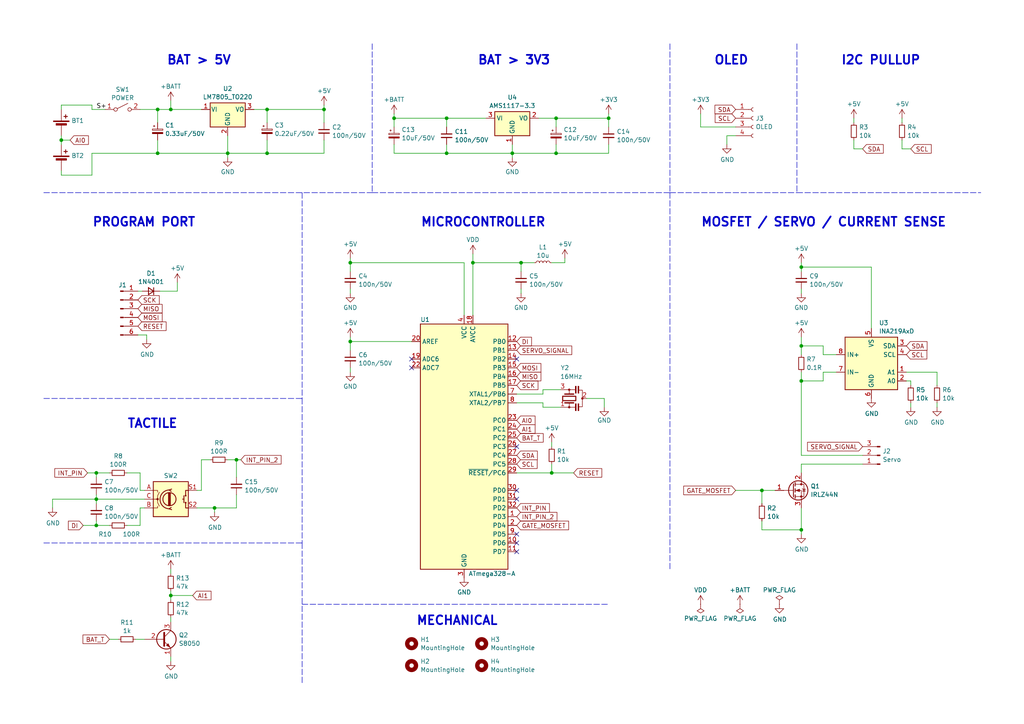
<source format=kicad_sch>
(kicad_sch (version 20230121) (generator eeschema)
  (paper "A4")
  (lib_symbols
    (symbol "Connector:Conn_01x03_Pin" (pin_names (offset 1.016) hide)
      (property "Reference" "J" (at 0 5.08 0))
      (property "Value" "Conn_01x03_Pin" (at 0 -5.08 0))
      (symbol "Conn_01x03_Pin_1_1"
        (pin passive line (at 5.08 2.54 180) (length 3.81) (name "Pin_1") (number "1"))
        (pin passive line (at 5.08 0 180) (length 3.81) (name "Pin_2") (number "2"))
        (pin passive line (at 5.08 -2.54 180) (length 3.81) (name "Pin_3") (number "3"))
      )
    )
    (symbol "Connector:Conn_01x04_Socket" (pin_names (offset 1.016) hide)
      (property "Reference" "J" (at 0 5.08 0))
      (property "Value" "Conn_01x04_Socket" (at 0 -7.62 0))
      (symbol "Conn_01x04_Socket_1_1"
        (pin passive line (at -5.08 2.54 0) (length 3.81) (name "Pin_1") (number "1"))
        (pin passive line (at -5.08 0 0) (length 3.81) (name "Pin_2") (number "2"))
        (pin passive line (at -5.08 -2.54 0) (length 3.81) (name "Pin_3") (number "3"))
        (pin passive line (at -5.08 -5.08 0) (length 3.81) (name "Pin_4") (number "4"))
      )
    )
    (symbol "Connector:Conn_01x06_Pin" (pin_names (offset 1.016) hide)
      (property "Reference" "J" (at 0 7.62 0))
      (property "Value" "Conn_01x06_Pin" (at 0 -10.16 0))
      (symbol "Conn_01x06_Pin_1_1"
        (pin passive line (at 5.08 5.08 180) (length 3.81) (name "Pin_1") (number "1"))
        (pin passive line (at 5.08 2.54 180) (length 3.81) (name "Pin_2") (number "2"))
        (pin passive line (at 5.08 0 180) (length 3.81) (name "Pin_3") (number "3"))
        (pin passive line (at 5.08 -2.54 180) (length 3.81) (name "Pin_4") (number "4"))
        (pin passive line (at 5.08 -5.08 180) (length 3.81) (name "Pin_5") (number "5"))
        (pin passive line (at 5.08 -7.62 180) (length 3.81) (name "Pin_6") (number "6"))
      )
    )
    (symbol "Device:Battery_Cell" (pin_numbers hide) (pin_names (offset 0) hide)
      (property "Reference" "BT" (at 2.54 2.54 0))
      (property "Value" "Battery_Cell" (at 2.54 0 0))
      (symbol "Battery_Cell_1_1"
        (pin passive line (at 0 5.08 270) (length 2.54) (name "+") (number "1"))
        (pin passive line (at 0 -2.54 90) (length 2.54) (name "-") (number "2"))
      )
    )
    (symbol "Device:C_Polarized_Small" (pin_numbers hide) (pin_names (offset 0.254) hide)
      (property "Reference" "C" (at 0.254 1.778 0))
      (property "Value" "C_Polarized_Small" (at 0.254 -2.032 0))
      (symbol "C_Polarized_Small_1_1"
        (pin passive line (at 0 2.54 270) (length 1.8542) (name "~") (number "1"))
        (pin passive line (at 0 -2.54 90) (length 1.8542) (name "~") (number "2"))
      )
    )
    (symbol "Device:C_Small" (pin_numbers hide) (pin_names (offset 0.254) hide)
      (property "Reference" "C" (at 0.254 1.778 0))
      (property "Value" "C_Small" (at 0.254 -2.032 0))
      (symbol "C_Small_1_1"
        (pin passive line (at 0 2.54 270) (length 2.032) (name "~") (number "1"))
        (pin passive line (at 0 -2.54 90) (length 2.032) (name "~") (number "2"))
      )
    )
    (symbol "Device:D_Small" (pin_numbers hide) (pin_names (offset 0.254) hide)
      (property "Reference" "D" (at -1.27 2.032 0))
      (property "Value" "D_Small" (at -3.81 -2.032 0))
      (symbol "D_Small_1_1"
        (pin passive line (at -2.54 0 0) (length 1.778) (name "K") (number "1"))
        (pin passive line (at 2.54 0 180) (length 1.778) (name "A") (number "2"))
      )
    )
    (symbol "Device:L_Small" (pin_numbers hide) (pin_names (offset 0.254) hide)
      (property "Reference" "L" (at 0.762 1.016 0))
      (property "Value" "L_Small" (at 0.762 -1.016 0))
      (symbol "L_Small_1_1"
        (pin passive line (at 0 2.54 270) (length 0.508) (name "~") (number "1"))
        (pin passive line (at 0 -2.54 90) (length 0.508) (name "~") (number "2"))
      )
    )
    (symbol "Device:R_Small" (pin_numbers hide) (pin_names (offset 0.254) hide)
      (property "Reference" "R" (at 0.762 0.508 0))
      (property "Value" "R_Small" (at 0.762 -1.016 0))
      (symbol "R_Small_1_1"
        (pin passive line (at 0 2.54 270) (length 0.762) (name "~") (number "1"))
        (pin passive line (at 0 -2.54 90) (length 0.762) (name "~") (number "2"))
      )
    )
    (symbol "Device:Resonator_Small" (pin_names (offset 1.016) hide)
      (property "Reference" "Y" (at 3.175 1.905 0))
      (property "Value" "Resonator_Small" (at 3.175 0 0))
      (symbol "Resonator_Small_1_1"
        (pin passive line (at -2.54 2.54 270) (length 1.27) (name "1") (number "1"))
        (pin passive line (at 0 -5.08 90) (length 1.27) (name "2") (number "2"))
        (pin passive line (at 2.54 2.54 270) (length 1.27) (name "3") (number "3"))
      )
    )
    (symbol "Device:RotaryEncoder_Switch" (pin_names (offset 0.254) hide)
      (property "Reference" "SW" (at 0 6.604 0))
      (property "Value" "RotaryEncoder_Switch" (at 0 -6.604 0))
      (symbol "RotaryEncoder_Switch_1_1"
        (pin passive line (at -7.62 2.54 0) (length 2.54) (name "A") (number "A"))
        (pin passive line (at -7.62 -2.54 0) (length 2.54) (name "B") (number "B"))
        (pin passive line (at -7.62 0 0) (length 2.54) (name "C") (number "C"))
        (pin passive line (at 7.62 2.54 180) (length 2.54) (name "S1") (number "S1"))
        (pin passive line (at 7.62 -2.54 180) (length 2.54) (name "S2") (number "S2"))
      )
    )
    (symbol "MCU_Microchip_ATmega:ATmega328-A"
      (property "Reference" "U" (at -12.7 36.83 0))
      (property "Value" "ATmega328-A" (at 2.54 -36.83 0))
      (symbol "ATmega328-A_1_1"
        (pin bidirectional line (at 15.24 -20.32 180) (length 2.54) (name "PD3") (number "1"))
        (pin bidirectional line (at 15.24 -27.94 180) (length 2.54) (name "PD6") (number "10"))
        (pin bidirectional line (at 15.24 -30.48 180) (length 2.54) (name "PD7") (number "11"))
        (pin bidirectional line (at 15.24 30.48 180) (length 2.54) (name "PB0") (number "12"))
        (pin bidirectional line (at 15.24 27.94 180) (length 2.54) (name "PB1") (number "13"))
        (pin bidirectional line (at 15.24 25.4 180) (length 2.54) (name "PB2") (number "14"))
        (pin bidirectional line (at 15.24 22.86 180) (length 2.54) (name "PB3") (number "15"))
        (pin bidirectional line (at 15.24 20.32 180) (length 2.54) (name "PB4") (number "16"))
        (pin bidirectional line (at 15.24 17.78 180) (length 2.54) (name "PB5") (number "17"))
        (pin power_in line (at 2.54 38.1 270) (length 2.54) (name "AVCC") (number "18"))
        (pin input line (at -15.24 25.4 0) (length 2.54) (name "ADC6") (number "19"))
        (pin bidirectional line (at 15.24 -22.86 180) (length 2.54) (name "PD4") (number "2"))
        (pin passive line (at -15.24 30.48 0) (length 2.54) (name "AREF") (number "20"))
        (pin passive line (at 0 -38.1 90) (length 2.54) hide (name "GND") (number "21"))
        (pin input line (at -15.24 22.86 0) (length 2.54) (name "ADC7") (number "22"))
        (pin bidirectional line (at 15.24 7.62 180) (length 2.54) (name "PC0") (number "23"))
        (pin bidirectional line (at 15.24 5.08 180) (length 2.54) (name "PC1") (number "24"))
        (pin bidirectional line (at 15.24 2.54 180) (length 2.54) (name "PC2") (number "25"))
        (pin bidirectional line (at 15.24 0 180) (length 2.54) (name "PC3") (number "26"))
        (pin bidirectional line (at 15.24 -2.54 180) (length 2.54) (name "PC4") (number "27"))
        (pin bidirectional line (at 15.24 -5.08 180) (length 2.54) (name "PC5") (number "28"))
        (pin bidirectional line (at 15.24 -7.62 180) (length 2.54) (name "~{RESET}/PC6") (number "29"))
        (pin power_in line (at 0 -38.1 90) (length 2.54) (name "GND") (number "3"))
        (pin bidirectional line (at 15.24 -12.7 180) (length 2.54) (name "PD0") (number "30"))
        (pin bidirectional line (at 15.24 -15.24 180) (length 2.54) (name "PD1") (number "31"))
        (pin bidirectional line (at 15.24 -17.78 180) (length 2.54) (name "PD2") (number "32"))
        (pin power_in line (at 0 38.1 270) (length 2.54) (name "VCC") (number "4"))
        (pin passive line (at 0 -38.1 90) (length 2.54) hide (name "GND") (number "5"))
        (pin passive line (at 0 38.1 270) (length 2.54) hide (name "VCC") (number "6"))
        (pin bidirectional line (at 15.24 15.24 180) (length 2.54) (name "XTAL1/PB6") (number "7"))
        (pin bidirectional line (at 15.24 12.7 180) (length 2.54) (name "XTAL2/PB7") (number "8"))
        (pin bidirectional line (at 15.24 -25.4 180) (length 2.54) (name "PD5") (number "9"))
      )
    )
    (symbol "Mechanical:MountingHole" (pin_names (offset 1.016))
      (property "Reference" "H" (at 0 5.08 0))
      (property "Value" "MountingHole" (at 0 3.175 0))
    )
    (symbol "Regulator_Linear:AMS1117-3.3"
      (property "Reference" "U" (at -3.81 3.175 0))
      (property "Value" "AMS1117-3.3" (at 0 3.175 0))
      (symbol "AMS1117-3.3_1_1"
        (pin power_in line (at 0 -7.62 90) (length 2.54) (name "GND") (number "1"))
        (pin power_out line (at 7.62 0 180) (length 2.54) (name "VO") (number "2"))
        (pin power_in line (at -7.62 0 0) (length 2.54) (name "VI") (number "3"))
      )
    )
    (symbol "Regulator_Linear:LM7805_TO220" (pin_names (offset 0.254))
      (property "Reference" "U" (at -3.81 3.175 0))
      (property "Value" "LM7805_TO220" (at 0 3.175 0))
      (symbol "LM7805_TO220_1_1"
        (pin power_in line (at -7.62 0 0) (length 2.54) (name "VI") (number "1"))
        (pin power_in line (at 0 -7.62 90) (length 2.54) (name "GND") (number "2"))
        (pin power_out line (at 7.62 0 180) (length 2.54) (name "VO") (number "3"))
      )
    )
    (symbol "Sensor_Energy:INA219AxD"
      (property "Reference" "U" (at -6.35 8.89 0))
      (property "Value" "INA219AxD" (at 5.08 8.89 0))
      (symbol "INA219AxD_1_1"
        (pin input line (at 10.16 -2.54 180) (length 2.54) (name "A1") (number "1"))
        (pin input line (at 10.16 -5.08 180) (length 2.54) (name "A0") (number "2"))
        (pin bidirectional line (at 10.16 5.08 180) (length 2.54) (name "SDA") (number "3"))
        (pin input line (at 10.16 2.54 180) (length 2.54) (name "SCL") (number "4"))
        (pin power_in line (at 0 10.16 270) (length 2.54) (name "VS") (number "5"))
        (pin power_in line (at 0 -10.16 90) (length 2.54) (name "GND") (number "6"))
        (pin input line (at -10.16 -2.54 0) (length 2.54) (name "IN-") (number "7"))
        (pin input line (at -10.16 2.54 0) (length 2.54) (name "IN+") (number "8"))
      )
    )
    (symbol "Switch:SW_SPST" (pin_names (offset 0) hide)
      (property "Reference" "SW" (at 0 3.175 0))
      (property "Value" "SW_SPST" (at 0 -2.54 0))
      (symbol "SW_SPST_1_1"
        (pin passive line (at -5.08 0 0) (length 2.54) (name "A") (number "1"))
        (pin passive line (at 5.08 0 180) (length 2.54) (name "B") (number "2"))
      )
    )
    (symbol "Transistor_BJT:S8050" (pin_names (offset 0) hide)
      (property "Reference" "Q" (at 5.08 1.905 0))
      (property "Value" "S8050" (at 5.08 0 0))
      (symbol "S8050_1_1"
        (pin passive line (at 2.54 -5.08 90) (length 2.54) (name "E") (number "1"))
        (pin input line (at -5.08 0 0) (length 5.08) (name "B") (number "2"))
        (pin passive line (at 2.54 5.08 270) (length 2.54) (name "C") (number "3"))
      )
    )
    (symbol "Transistor_FET:IRLZ44N" (pin_names hide)
      (property "Reference" "Q" (at 6.35 1.905 0))
      (property "Value" "IRLZ44N" (at 6.35 0 0))
      (symbol "IRLZ44N_1_1"
        (pin input line (at -5.08 0 0) (length 2.54) (name "G") (number "1"))
        (pin passive line (at 2.54 5.08 270) (length 2.54) (name "D") (number "2"))
        (pin passive line (at 2.54 -5.08 90) (length 2.54) (name "S") (number "3"))
      )
    )
    (symbol "power:+3V3" (power) (pin_names (offset 0))
      (property "Value" "+3V3" (at 0 3.556 0))
      (symbol "+3V3_1_1"
        (pin power_in line (at 0 0 90) (length 0) hide (name "+3V3") (number "1"))
      )
    )
    (symbol "power:+5V" (power) (pin_names (offset 0))
      (property "Value" "+5V" (at 0 3.556 0))
      (symbol "+5V_1_1"
        (pin power_in line (at 0 0 90) (length 0) hide (name "+5V") (number "1"))
      )
    )
    (symbol "power:+BATT" (power) (pin_names (offset 0))
      (property "Value" "+BATT" (at 0 3.556 0))
      (symbol "+BATT_1_1"
        (pin power_in line (at 0 0 90) (length 0) hide (name "+BATT") (number "1"))
      )
    )
    (symbol "power:GND" (power) (pin_names (offset 0))
      (property "Value" "GND" (at 0 -3.81 0))
      (symbol "GND_1_1"
        (pin power_in line (at 0 0 270) (length 0) hide (name "GND") (number "1"))
      )
    )
    (symbol "power:PWR_FLAG" (power) (pin_numbers hide) (pin_names (offset 0) hide)
      (property "Value" "PWR_FLAG" (at 0 3.81 0))
      (symbol "PWR_FLAG_0_0"
        (pin power_out line (at 0 0 90) (length 0) (name "pwr") (number "1"))
      )
    )
    (symbol "power:VDD" (power) (pin_names (offset 0))
      (property "Value" "VDD" (at 0 3.81 0))
      (symbol "VDD_1_1"
        (pin power_in line (at 0 0 90) (length 0) hide (name "VDD") (number "1"))
      )
    )
  )
  (junction (at 232.41 153.67))
  (junction (at 101.6 99.06))
  (junction (at 161.29 44.45))
  (junction (at 232.41 100.33))
  (junction (at 129.54 34.29))
  (junction (at 45.72 44.45))
  (junction (at 49.53 172.72))
  (junction (at 232.41 110.49))
  (junction (at 176.53 34.29))
  (junction (at 77.47 31.75))
  (junction (at 160.02 137.16))
  (junction (at 66.04 44.45))
  (junction (at 220.98 142.24))
  (junction (at 77.47 44.45))
  (junction (at 101.6 76.2))
  (junction (at 114.3 34.29))
  (junction (at 151.13 76.2))
  (junction (at 27.94 152.4))
  (junction (at 45.72 31.75))
  (junction (at 68.58 133.35))
  (junction (at 161.29 34.29))
  (junction (at 17.78 40.64))
  (junction (at 232.41 77.47))
  (junction (at 62.23 147.32))
  (junction (at 49.53 31.75))
  (junction (at 93.98 31.75))
  (junction (at 129.54 44.45))
  (junction (at 27.94 144.78))
  (junction (at 27.94 137.16))
  (junction (at 137.16 76.2))
  (junction (at 148.59 44.45))
  (no_connect (at 149.86 142.24))
  (no_connect (at 149.86 160.02))
  (no_connect (at 149.86 104.14))
  (no_connect (at 119.38 104.14))
  (no_connect (at 149.86 129.54))
  (no_connect (at 119.38 106.68))
  (no_connect (at 149.86 154.94))
  (no_connect (at 149.86 157.48))
  (no_connect (at 149.86 144.78))
  (wire (pts (xy 49.53 172.72) (xy 49.53 173.99)))
  (wire (pts (xy 264.16 43.18) (xy 261.62 43.18)))
  (wire (pts (xy 149.86 114.3) (xy 157.48 114.3)))
  (wire (pts (xy 49.53 29.21) (xy 49.53 31.75)))
  (wire (pts (xy 250.19 134.62) (xy 232.41 134.62)))
  (polyline (pts (xy 12.7 115.57) (xy 87.63 115.57)) (stroke (width 0) (type dash)))
  (wire (pts (xy 66.04 44.45) (xy 45.72 44.45)))
  (wire (pts (xy 40.64 137.16) (xy 40.64 142.24)))
  (wire (pts (xy 264.16 110.49) (xy 264.16 111.76)))
  (wire (pts (xy 26.67 44.45) (xy 26.67 50.8)))
  (wire (pts (xy 114.3 41.91) (xy 114.3 44.45)))
  (wire (pts (xy 68.58 133.35) (xy 69.85 133.35)))
  (wire (pts (xy 31.75 185.42) (xy 34.29 185.42)))
  (wire (pts (xy 93.98 35.56) (xy 93.98 31.75)))
  (wire (pts (xy 157.48 113.03) (xy 157.48 114.3)))
  (wire (pts (xy 271.78 107.95) (xy 271.78 111.76)))
  (polyline (pts (xy 87.63 55.88) (xy 87.63 115.57)) (stroke (width 0) (type dash)))
  (polyline (pts (xy 231.14 12.7) (xy 231.14 55.88)) (stroke (width 0) (type dash)))
  (polyline (pts (xy 194.31 55.88) (xy 194.31 165.1)) (stroke (width 0) (type dash)))
  (wire (pts (xy 213.36 142.24) (xy 220.98 142.24)))
  (wire (pts (xy 36.83 137.16) (xy 40.64 137.16)))
  (wire (pts (xy 49.53 172.72) (xy 55.88 172.72)))
  (wire (pts (xy 232.41 77.47) (xy 232.41 78.74)))
  (wire (pts (xy 66.04 39.37) (xy 66.04 44.45)))
  (wire (pts (xy 27.94 144.78) (xy 27.94 146.05)))
  (wire (pts (xy 62.23 147.32) (xy 62.23 148.59)))
  (wire (pts (xy 162.56 118.11) (xy 157.48 118.11)))
  (wire (pts (xy 252.73 77.47) (xy 232.41 77.47)))
  (wire (pts (xy 262.89 110.49) (xy 264.16 110.49)))
  (wire (pts (xy 148.59 44.45) (xy 161.29 44.45)))
  (wire (pts (xy 151.13 83.82) (xy 151.13 85.09)))
  (wire (pts (xy 149.86 116.84) (xy 157.48 116.84)))
  (wire (pts (xy 129.54 41.91) (xy 129.54 44.45)))
  (wire (pts (xy 252.73 77.47) (xy 252.73 95.25)))
  (wire (pts (xy 41.91 142.24) (xy 40.64 142.24)))
  (wire (pts (xy 238.76 107.95) (xy 242.57 107.95)))
  (wire (pts (xy 27.94 137.16) (xy 31.75 137.16)))
  (polyline (pts (xy 107.95 55.88) (xy 194.31 55.88)) (stroke (width 0) (type dash)))
  (wire (pts (xy 247.65 43.18) (xy 247.65 40.64)))
  (wire (pts (xy 232.41 153.67) (xy 232.41 147.32)))
  (wire (pts (xy 238.76 107.95) (xy 238.76 110.49)))
  (wire (pts (xy 39.37 185.42) (xy 41.91 185.42)))
  (wire (pts (xy 45.72 31.75) (xy 45.72 35.56)))
  (wire (pts (xy 232.41 110.49) (xy 232.41 132.08)))
  (wire (pts (xy 27.94 138.43) (xy 27.94 137.16)))
  (wire (pts (xy 68.58 133.35) (xy 68.58 138.43)))
  (wire (pts (xy 101.6 76.2) (xy 101.6 78.74)))
  (wire (pts (xy 77.47 44.45) (xy 93.98 44.45)))
  (wire (pts (xy 203.2 36.83) (xy 203.2 33.02)))
  (wire (pts (xy 161.29 34.29) (xy 161.29 36.83)))
  (wire (pts (xy 66.04 44.45) (xy 77.47 44.45)))
  (wire (pts (xy 163.83 74.93) (xy 163.83 76.2)))
  (wire (pts (xy 25.4 137.16) (xy 27.94 137.16)))
  (wire (pts (xy 27.94 151.13) (xy 27.94 152.4)))
  (wire (pts (xy 101.6 97.79) (xy 101.6 99.06)))
  (polyline (pts (xy 194.31 12.7) (xy 194.31 55.88)) (stroke (width 0) (type dash)))
  (wire (pts (xy 175.26 118.11) (xy 175.26 115.57)))
  (wire (pts (xy 261.62 43.18) (xy 261.62 40.64)))
  (wire (pts (xy 232.41 134.62) (xy 232.41 137.16)))
  (wire (pts (xy 129.54 34.29) (xy 114.3 34.29)))
  (wire (pts (xy 114.3 33.02) (xy 114.3 34.29)))
  (wire (pts (xy 77.47 31.75) (xy 77.47 35.56)))
  (wire (pts (xy 238.76 102.87) (xy 242.57 102.87)))
  (wire (pts (xy 134.62 76.2) (xy 134.62 91.44)))
  (wire (pts (xy 15.24 144.78) (xy 27.94 144.78)))
  (polyline (pts (xy 12.7 55.88) (xy 107.95 55.88)) (stroke (width 0) (type dash)))
  (wire (pts (xy 161.29 41.91) (xy 161.29 44.45)))
  (wire (pts (xy 264.16 116.84) (xy 264.16 118.11)))
  (wire (pts (xy 232.41 97.79) (xy 232.41 100.33)))
  (wire (pts (xy 162.56 113.03) (xy 157.48 113.03)))
  (wire (pts (xy 49.53 179.07) (xy 49.53 180.34)))
  (wire (pts (xy 49.53 165.1) (xy 49.53 166.37)))
  (wire (pts (xy 148.59 44.45) (xy 148.59 45.72)))
  (wire (pts (xy 210.82 39.37) (xy 210.82 41.91)))
  (wire (pts (xy 58.42 31.75) (xy 49.53 31.75)))
  (wire (pts (xy 220.98 151.13) (xy 220.98 153.67)))
  (wire (pts (xy 17.78 30.48) (xy 26.67 30.48)))
  (wire (pts (xy 161.29 44.45) (xy 176.53 44.45)))
  (wire (pts (xy 15.24 147.32) (xy 15.24 144.78)))
  (wire (pts (xy 250.19 43.18) (xy 247.65 43.18)))
  (wire (pts (xy 49.53 171.45) (xy 49.53 172.72)))
  (wire (pts (xy 250.19 132.08) (xy 232.41 132.08)))
  (wire (pts (xy 60.96 133.35) (xy 58.42 133.35)))
  (wire (pts (xy 27.94 152.4) (xy 31.75 152.4)))
  (wire (pts (xy 46.355 84.455) (xy 51.435 84.455)))
  (wire (pts (xy 175.26 115.57) (xy 170.18 115.57)))
  (wire (pts (xy 137.16 73.66) (xy 137.16 76.2)))
  (wire (pts (xy 157.48 118.11) (xy 157.48 116.84)))
  (wire (pts (xy 238.76 100.33) (xy 238.76 102.87)))
  (wire (pts (xy 232.41 76.2) (xy 232.41 77.47)))
  (wire (pts (xy 62.23 147.32) (xy 68.58 147.32)))
  (wire (pts (xy 58.42 133.35) (xy 58.42 142.24)))
  (wire (pts (xy 101.6 76.2) (xy 134.62 76.2)))
  (wire (pts (xy 220.98 153.67) (xy 232.41 153.67)))
  (wire (pts (xy 101.6 83.82) (xy 101.6 85.09)))
  (wire (pts (xy 148.59 41.91) (xy 148.59 44.45)))
  (polyline (pts (xy 87.63 175.26) (xy 176.53 175.26)) (stroke (width 0) (type dash)))
  (wire (pts (xy 77.47 31.75) (xy 93.98 31.75)))
  (wire (pts (xy 176.53 34.29) (xy 176.53 36.83)))
  (wire (pts (xy 176.53 34.29) (xy 161.29 34.29)))
  (wire (pts (xy 17.78 31.75) (xy 17.78 30.48)))
  (wire (pts (xy 49.53 31.75) (xy 45.72 31.75)))
  (wire (pts (xy 36.83 152.4) (xy 40.64 152.4)))
  (wire (pts (xy 40.005 84.455) (xy 41.275 84.455)))
  (wire (pts (xy 101.6 99.06) (xy 101.6 101.6)))
  (wire (pts (xy 213.36 36.83) (xy 203.2 36.83)))
  (wire (pts (xy 27.94 144.78) (xy 41.91 144.78)))
  (wire (pts (xy 26.67 30.48) (xy 26.67 31.75)))
  (wire (pts (xy 40.64 31.75) (xy 45.72 31.75)))
  (wire (pts (xy 17.78 40.64) (xy 20.32 40.64)))
  (polyline (pts (xy 107.95 12.7) (xy 107.95 55.88)) (stroke (width 0) (type dash)))
  (polyline (pts (xy 87.63 157.48) (xy 87.63 198.12)) (stroke (width 0) (type dash)))
  (wire (pts (xy 93.98 30.48) (xy 93.98 31.75)))
  (wire (pts (xy 160.02 128.27) (xy 160.02 129.54)))
  (polyline (pts (xy 87.63 115.57) (xy 87.63 157.48)) (stroke (width 0) (type dash)))
  (wire (pts (xy 66.04 133.35) (xy 68.58 133.35)))
  (wire (pts (xy 140.97 34.29) (xy 129.54 34.29)))
  (wire (pts (xy 40.64 152.4) (xy 40.64 147.32)))
  (wire (pts (xy 93.98 40.64) (xy 93.98 44.45)))
  (wire (pts (xy 160.02 137.16) (xy 160.02 134.62)))
  (wire (pts (xy 40.64 147.32) (xy 41.91 147.32)))
  (wire (pts (xy 45.72 40.64) (xy 45.72 44.45)))
  (wire (pts (xy 232.41 100.33) (xy 238.76 100.33)))
  (wire (pts (xy 220.98 142.24) (xy 224.79 142.24)))
  (wire (pts (xy 45.72 44.45) (xy 26.67 44.45)))
  (wire (pts (xy 271.78 116.84) (xy 271.78 118.11)))
  (wire (pts (xy 114.3 44.45) (xy 129.54 44.45)))
  (wire (pts (xy 68.58 143.51) (xy 68.58 147.32)))
  (wire (pts (xy 17.78 50.8) (xy 26.67 50.8)))
  (wire (pts (xy 129.54 44.45) (xy 148.59 44.45)))
  (wire (pts (xy 129.54 34.29) (xy 129.54 36.83)))
  (wire (pts (xy 17.78 39.37) (xy 17.78 40.64)))
  (wire (pts (xy 160.02 137.16) (xy 166.37 137.16)))
  (wire (pts (xy 57.15 142.24) (xy 58.42 142.24)))
  (wire (pts (xy 17.78 40.64) (xy 17.78 41.91)))
  (wire (pts (xy 42.545 97.155) (xy 42.545 98.425)))
  (wire (pts (xy 66.04 44.45) (xy 66.04 45.72)))
  (wire (pts (xy 151.13 78.74) (xy 151.13 76.2)))
  (wire (pts (xy 73.66 31.75) (xy 77.47 31.75)))
  (wire (pts (xy 101.6 74.93) (xy 101.6 76.2)))
  (wire (pts (xy 137.16 76.2) (xy 151.13 76.2)))
  (wire (pts (xy 149.86 137.16) (xy 160.02 137.16)))
  (wire (pts (xy 151.13 76.2) (xy 154.94 76.2)))
  (wire (pts (xy 17.78 49.53) (xy 17.78 50.8)))
  (wire (pts (xy 27.94 143.51) (xy 27.94 144.78)))
  (wire (pts (xy 49.53 190.5) (xy 49.53 191.77)))
  (wire (pts (xy 176.53 33.02) (xy 176.53 34.29)))
  (wire (pts (xy 238.76 110.49) (xy 232.41 110.49)))
  (wire (pts (xy 160.02 76.2) (xy 163.83 76.2)))
  (wire (pts (xy 26.67 31.75) (xy 30.48 31.75)))
  (wire (pts (xy 232.41 107.95) (xy 232.41 110.49)))
  (wire (pts (xy 101.6 106.68) (xy 101.6 107.95)))
  (wire (pts (xy 261.62 34.29) (xy 261.62 35.56)))
  (wire (pts (xy 232.41 153.67) (xy 232.41 154.94)))
  (wire (pts (xy 51.435 84.455) (xy 51.435 81.915)))
  (wire (pts (xy 262.89 107.95) (xy 271.78 107.95)))
  (wire (pts (xy 247.65 34.29) (xy 247.65 35.56)))
  (polyline (pts (xy 12.7 157.48) (xy 87.63 157.48)) (stroke (width 0) (type dash)))
  (polyline (pts (xy 194.31 55.88) (xy 231.14 55.88)) (stroke (width 0) (type dash)))
  (wire (pts (xy 114.3 34.29) (xy 114.3 36.83)))
  (wire (pts (xy 213.36 39.37) (xy 210.82 39.37)))
  (wire (pts (xy 232.41 100.33) (xy 232.41 102.87)))
  (wire (pts (xy 137.16 76.2) (xy 137.16 91.44)))
  (wire (pts (xy 24.13 152.4) (xy 27.94 152.4)))
  (wire (pts (xy 176.53 41.91) (xy 176.53 44.45)))
  (wire (pts (xy 220.98 146.05) (xy 220.98 142.24)))
  (wire (pts (xy 57.15 147.32) (xy 62.23 147.32)))
  (wire (pts (xy 101.6 99.06) (xy 119.38 99.06)))
  (wire (pts (xy 77.47 40.64) (xy 77.47 44.45)))
  (wire (pts (xy 40.005 97.155) (xy 42.545 97.155)))
  (polyline (pts (xy 231.14 55.88) (xy 284.48 55.88)) (stroke (width 0) (type dash)))
  (wire (pts (xy 232.41 83.82) (xy 232.41 85.09)))
  (wire (pts (xy 156.21 34.29) (xy 161.29 34.29)))
  (text "OLED" (at 207.01 19.05 0) (effects (font (size 2.54 2.54) (thickness 0.508) bold) (justify left bottom)))
  (text "TACTILE" (at 36.83 124.46 0) (effects (font (size 2.54 2.54) (thickness 0.508) bold) (justify left bottom)))
  (text "BAT > 5V" (at 48.26 19.05 0) (effects (font (size 2.54 2.54) (thickness 0.508) bold) (justify left bottom)))
  (text "I2C PULLUP" (at 243.84 19.05 0) (effects (font (size 2.54 2.54) (thickness 0.508) bold) (justify left bottom)))
  (text "BAT > 3V3" (at 138.43 19.05 0) (effects (font (size 2.54 2.54) (thickness 0.508) bold) (justify left bottom)))
  (text "MECHANICAL" (at 120.65 181.61 0) (effects (font (size 2.54 2.54) (thickness 0.508) bold) (justify left bottom)))
  (text "MICROCONTROLLER" (at 121.92 66.04 0) (effects (font (size 2.54 2.54) (thickness 0.508) bold) (justify left bottom)))
  (text "MOSFET / SERVO / CURRENT SENSE" (at 203.2 66.04 0) (effects (font (size 2.54 2.54) (thickness 0.508) bold) (justify left bottom)))
  (text "PROGRAM PORT" (at 26.67 66.04 0) (effects (font (size 2.54 2.54) (thickness 0.508) bold) (justify left bottom)))
  (label "S+" (at 27.94 31.75 0))
  (global_label "BAT_T" (shape input) (at 31.75 185.42 180) (property "Intersheetrefs" "${INTERSHEET_REFS}" (effects hide)))
  (global_label "INT_PIN_2" (shape input) (at 149.86 149.86 0) (property "Intersheetrefs" "${INTERSHEET_REFS}" (effects hide)))
  (global_label "MISO" (shape input) (at 40.005 89.535 0) (property "Intersheetrefs" "${INTERSHEET_REFS}" (effects hide)))
  (global_label "RESET" (shape input) (at 166.37 137.16 0) (property "Intersheetrefs" "${INTERSHEET_REFS}" (effects hide)))
  (global_label "MOSI" (shape input) (at 149.86 106.68 0) (property "Intersheetrefs" "${INTERSHEET_REFS}" (effects hide)))
  (global_label "SCL" (shape input) (at 262.89 102.87 0) (property "Intersheetrefs" "${INTERSHEET_REFS}" (effects hide)))
  (global_label "SCL" (shape input) (at 149.86 134.62 0) (property "Intersheetrefs" "${INTERSHEET_REFS}" (effects hide)))
  (global_label "MOSI" (shape input) (at 40.005 92.075 0) (property "Intersheetrefs" "${INTERSHEET_REFS}" (effects hide)))
  (global_label "SDA" (shape input) (at 250.19 43.18 0) (property "Intersheetrefs" "${INTERSHEET_REFS}" (effects hide)))
  (global_label "GATE_MOSFET" (shape input) (at 149.86 152.4 0) (property "Intersheetrefs" "${INTERSHEET_REFS}" (effects hide)))
  (global_label "AI0" (shape input) (at 20.32 40.64 0) (property "Intersheetrefs" "${INTERSHEET_REFS}" (effects hide)))
  (global_label "SDA" (shape input) (at 149.86 132.08 0) (property "Intersheetrefs" "${INTERSHEET_REFS}" (effects hide)))
  (global_label "MISO" (shape input) (at 149.86 109.22 0) (property "Intersheetrefs" "${INTERSHEET_REFS}" (effects hide)))
  (global_label "BAT_T" (shape input) (at 149.86 127 0) (property "Intersheetrefs" "${INTERSHEET_REFS}" (effects hide)))
  (global_label "DI" (shape input) (at 149.86 99.06 0) (property "Intersheetrefs" "${INTERSHEET_REFS}" (effects hide)))
  (global_label "INT_PIN_2" (shape input) (at 69.85 133.35 0) (property "Intersheetrefs" "${INTERSHEET_REFS}" (effects hide)))
  (global_label "SERVO_SIGNAL" (shape input) (at 149.86 101.6 0) (property "Intersheetrefs" "${INTERSHEET_REFS}" (effects hide)))
  (global_label "SCK" (shape input) (at 40.005 86.995 0) (property "Intersheetrefs" "${INTERSHEET_REFS}" (effects hide)))
  (global_label "SCL" (shape input) (at 264.16 43.18 0) (property "Intersheetrefs" "${INTERSHEET_REFS}" (effects hide)))
  (global_label "INT_PIN" (shape input) (at 149.86 147.32 0) (property "Intersheetrefs" "${INTERSHEET_REFS}" (effects hide)))
  (global_label "DI" (shape input) (at 24.13 152.4 180) (property "Intersheetrefs" "${INTERSHEET_REFS}" (effects hide)))
  (global_label "SDA" (shape input) (at 262.89 100.33 0) (property "Intersheetrefs" "${INTERSHEET_REFS}" (effects hide)))
  (global_label "RESET" (shape input) (at 40.005 94.615 0) (property "Intersheetrefs" "${INTERSHEET_REFS}" (effects hide)))
  (global_label "AI1" (shape input) (at 149.86 124.46 0) (property "Intersheetrefs" "${INTERSHEET_REFS}" (effects hide)))
  (global_label "GATE_MOSFET" (shape input) (at 213.36 142.24 180) (property "Intersheetrefs" "${INTERSHEET_REFS}" (effects hide)))
  (global_label "AI1" (shape input) (at 55.88 172.72 0) (property "Intersheetrefs" "${INTERSHEET_REFS}" (effects hide)))
  (global_label "SERVO_SIGNAL" (shape input) (at 250.19 129.54 180) (property "Intersheetrefs" "${INTERSHEET_REFS}" (effects hide)))
  (global_label "AI0" (shape input) (at 149.86 121.92 0) (property "Intersheetrefs" "${INTERSHEET_REFS}" (effects hide)))
  (global_label "SDA" (shape input) (at 213.36 31.75 180) (property "Intersheetrefs" "${INTERSHEET_REFS}" (effects hide)))
  (global_label "INT_PIN" (shape input) (at 25.4 137.16 180) (property "Intersheetrefs" "${INTERSHEET_REFS}" (effects hide)))
  (global_label "SCK" (shape input) (at 149.86 111.76 0) (property "Intersheetrefs" "${INTERSHEET_REFS}" (effects hide)))
  (global_label "SCL" (shape input) (at 213.36 34.29 180) (property "Intersheetrefs" "${INTERSHEET_REFS}" (effects hide)))
  (symbol (lib_id "Device:C_Small") (at 68.58 140.97 180) (unit 1)
    (property "Reference" "C15" (at 70.9041 139.7515 0) (effects (justify right)))
    (property "Value" "100n/50V" (at 70.9041 142.1757 0) (effects (justify right)))
    (property "Footprint" "Capacitor_SMD:C_0603_1608Metric" (effects hide))
  )
  (symbol (lib_id "Device:R_Small") (at 247.65 38.1 0) (unit 1)
    (property "Reference" "R3" (at 249.1486 36.8879 0) (effects (justify left)))
    (property "Value" "10k" (at 249.1486 39.3121 0) (effects (justify left)))
    (property "Footprint" "Resistor_SMD:R_0603_1608Metric" (effects hide))
  )
  (symbol (lib_id "Device:R_Small") (at 271.78 114.3 0) (unit 1)
    (property "Reference" "R6" (at 273.2786 113.0879 0) (effects (justify left)))
    (property "Value" "10k" (at 273.2786 115.5121 0) (effects (justify left)))
    (property "Footprint" "Resistor_SMD:R_0603_1608Metric" (effects hide))
  )
  (symbol (lib_id "Transistor_BJT:S8050") (at 46.99 185.42 0) (unit 1)
    (property "Reference" "Q2" (at 51.8414 184.2079 0) (effects (justify left)))
    (property "Value" "S8050" (at 51.8414 186.6321 0) (effects (justify left)))
    (property "Footprint" "Package_TO_SOT_SMD:SOT-23-3" (effects hide))
    (property "Datasheet" "http://www.unisonic.com.tw/datasheet/S8050.pdf" (effects hide))
  )
  (symbol (lib_id "Transistor_FET:IRLZ44N") (at 229.87 142.24 0) (unit 1)
    (property "Reference" "Q1" (at 235.077 141.0279 0) (effects (justify left)))
    (property "Value" "IRLZ44N" (at 235.077 143.4521 0) (effects (justify left)))
    (property "Footprint" "Package_TO_SOT_THT:TO-220-3_Horizontal_TabDown" (effects hide))
    (property "Datasheet" "http://www.irf.com/product-info/datasheets/data/irlz44n.pdf" (effects hide))
  )
  (symbol (lib_id "power:+5V") (at 93.98 30.48 0) (unit 1)
    (property "Reference" "#PWR02" (effects hide))
    (property "Value" "+5V" (at 93.98 26.3469 0))
  )
  (symbol (lib_id "power:+BATT") (at 49.53 29.21 0) (unit 1)
    (property "Reference" "#PWR015" (effects hide))
    (property "Value" "+BATT" (at 49.53 25.0769 0))
  )
  (symbol (lib_id "power:+5V") (at 261.62 34.29 0) (unit 1)
    (property "Reference" "#PWR021" (effects hide))
    (property "Value" "+5V" (at 261.62 30.1569 0))
  )
  (symbol (lib_id "Device:D_Small") (at 43.815 84.455 180) (unit 1)
    (property "Reference" "D1" (at 43.815 79.2947 0))
    (property "Value" "1N4001" (at 43.815 81.7189 0))
    (property "Footprint" "Diode_SMD:D_SMA" (effects hide))
    (property "Sim.Device" "D" (effects hide))
    (property "Sim.Pins" "1=K 2=A" (effects hide))
  )
  (symbol (lib_id "Device:R_Small") (at 49.53 168.91 0) (unit 1)
    (property "Reference" "R13" (at 51.0286 167.6979 0) (effects (justify left)))
    (property "Value" "47k" (at 51.0286 170.1221 0) (effects (justify left)))
    (property "Footprint" "Resistor_SMD:R_0603_1608Metric" (effects hide))
  )
  (symbol (lib_id "Device:R_Small") (at 220.98 148.59 0) (unit 1)
    (property "Reference" "R2" (at 222.4786 147.3779 0) (effects (justify left)))
    (property "Value" "10k" (at 222.4786 149.8021 0) (effects (justify left)))
    (property "Footprint" "Resistor_SMD:R_0603_1608Metric" (effects hide))
  )
  (symbol (lib_id "power:+5V") (at 51.435 81.915 0) (unit 1)
    (property "Reference" "#PWR013" (effects hide))
    (property "Value" "+5V" (at 51.435 77.7819 0))
  )
  (symbol (lib_id "Connector:Conn_01x03_Pin") (at 255.27 132.08 180) (unit 1)
    (property "Reference" "J2" (at 255.9812 130.8679 0) (effects (justify right)))
    (property "Value" "Servo" (at 255.9812 133.2921 0) (effects (justify right)))
    (property "Footprint" "Connector_PinHeader_2.54mm:PinHeader_1x03_P2.54mm_Horizontal" (effects hide))
  )
  (symbol (lib_id "Device:C_Small") (at 27.94 140.97 180) (unit 1)
    (property "Reference" "C7" (at 30.2641 139.7515 0) (effects (justify right)))
    (property "Value" "100n/50V" (at 30.2641 142.1757 0) (effects (justify right)))
    (property "Footprint" "Capacitor_SMD:C_0603_1608Metric" (effects hide))
  )
  (symbol (lib_id "Device:C_Small") (at 129.54 39.37 0) (unit 1)
    (property "Reference" "C11" (at 131.8641 38.1642 0) (effects (justify left)))
    (property "Value" "100n/50V" (at 131.8641 40.5884 0) (effects (justify left)))
    (property "Footprint" "Capacitor_SMD:C_0603_1608Metric" (effects hide))
  )
  (symbol (lib_id "power:+BATT") (at 214.63 175.26 0) (unit 1)
    (property "Reference" "#PWR033" (effects hide))
    (property "Value" "+BATT" (at 214.63 171.1269 0))
  )
  (symbol (lib_id "Switch:SW_SPST") (at 35.56 31.75 0) (unit 1)
    (property "Reference" "SW1" (at 35.56 25.9547 0))
    (property "Value" "POWER" (at 35.56 28.3789 0))
    (property "Footprint" "Connector_PinHeader_2.54mm:PinHeader_1x02_P2.54mm_Vertical" (effects hide))
  )
  (symbol (lib_id "power:GND") (at 42.545 98.425 0) (unit 1)
    (property "Reference" "#PWR011" (effects hide))
    (property "Value" "GND" (at 42.672 102.8192 0))
  )
  (symbol (lib_id "power:GND") (at 134.62 167.64 0) (unit 1)
    (property "Reference" "#PWR03" (effects hide))
    (property "Value" "GND" (at 134.62 171.7731 0))
  )
  (symbol (lib_id "Device:C_Small") (at 151.13 81.28 0) (unit 1)
    (property "Reference" "C5" (at 153.4541 80.0742 0) (effects (justify left)))
    (property "Value" "100n/50V" (at 153.4541 82.4984 0) (effects (justify left)))
    (property "Footprint" "Capacitor_SMD:C_0603_1608Metric" (effects hide))
  )
  (symbol (lib_id "power:PWR_FLAG") (at 203.2 175.26 180) (unit 1)
    (property "Reference" "#FLG02" (effects hide))
    (property "Value" "PWR_FLAG" (at 203.2 179.3931 0))
  )
  (symbol (lib_id "Device:C_Polarized_Small") (at 114.3 39.37 0) (unit 1)
    (property "Reference" "C13" (at 116.459 37.6118 0) (effects (justify left)))
    (property "Value" "10uF/50V" (at 116.459 40.036 0) (effects (justify left)))
    (property "Footprint" "Capacitor_SMD:CP_Elec_5x5.4" (effects hide))
  )
  (symbol (lib_id "power:GND") (at 15.24 147.32 0) (unit 1)
    (property "Reference" "#PWR032" (effects hide))
    (property "Value" "GND" (at 15.367 151.7142 0))
  )
  (symbol (lib_id "Device:R_Small") (at 34.29 152.4 90) (unit 1)
    (property "Reference" "R10" (at 30.48 154.94 90))
    (property "Value" "100R" (at 38.1 154.94 90))
    (property "Footprint" "Resistor_SMD:R_0603_1608Metric" (effects hide))
  )
  (symbol (lib_id "Device:Battery_Cell") (at 17.78 46.99 0) (unit 1)
    (property "Reference" "BT2" (at 20.701 45.1485 0) (effects (justify left)))
    (property "Value" "Battery_Cell" (effects hide))
    (property "Footprint" "Footprint:18650-PC2" (effects hide))
  )
  (symbol (lib_id "Device:C_Small") (at 232.41 81.28 0) (unit 1)
    (property "Reference" "C9" (at 234.7341 80.0742 0) (effects (justify left)))
    (property "Value" "100n/50V" (at 234.7341 82.4984 0) (effects (justify left)))
    (property "Footprint" "Capacitor_SMD:C_0603_1608Metric" (effects hide))
  )
  (symbol (lib_id "power:GND") (at 232.41 85.09 0) (unit 1)
    (property "Reference" "#PWR016" (effects hide))
    (property "Value" "GND" (at 232.41 89.2231 0))
  )
  (symbol (lib_id "Mechanical:MountingHole") (at 119.38 186.69 0) (unit 1)
    (property "Reference" "H1" (at 121.92 185.4779 0) (effects (justify left)))
    (property "Value" "MountingHole" (at 121.92 187.9021 0) (effects (justify left)))
    (property "Footprint" "MountingHole:MountingHole_3.2mm_M3" (effects hide))
  )
  (symbol (lib_id "power:+5V") (at 232.41 76.2 0) (unit 1)
    (property "Reference" "#PWR019" (effects hide))
    (property "Value" "+5V" (at 232.41 72.0669 0))
  )
  (symbol (lib_id "Device:C_Small") (at 93.98 38.1 0) (unit 1)
    (property "Reference" "C2" (at 96.3041 36.8942 0) (effects (justify left)))
    (property "Value" "100n/50V" (at 96.3041 39.3184 0) (effects (justify left)))
    (property "Footprint" "Capacitor_SMD:C_0603_1608Metric" (effects hide))
  )
  (symbol (lib_id "Device:C_Small") (at 27.94 148.59 180) (unit 1)
    (property "Reference" "C8" (at 30.2641 147.3715 0) (effects (justify right)))
    (property "Value" "100n/50V" (at 30.2641 149.7957 0) (effects (justify right)))
    (property "Footprint" "Capacitor_SMD:C_0603_1608Metric" (effects hide))
  )
  (symbol (lib_id "power:GND") (at 232.41 154.94 0) (unit 1)
    (property "Reference" "#PWR014" (effects hide))
    (property "Value" "GND" (at 232.537 159.3342 0))
  )
  (symbol (lib_id "power:+5V") (at 163.83 74.93 0) (unit 1)
    (property "Reference" "#PWR07" (effects hide))
    (property "Value" "+5V" (at 163.83 70.7969 0))
  )
  (symbol (lib_id "Device:L_Small") (at 157.48 76.2 90) (unit 1)
    (property "Reference" "L1" (at 157.48 71.6769 90))
    (property "Value" "10u" (at 157.48 74.1011 90))
    (property "Footprint" "Inductor_SMD:L_1206_3216Metric" (effects hide))
  )
  (symbol (lib_id "Device:R_Small") (at 49.53 176.53 0) (unit 1)
    (property "Reference" "R12" (at 51.0286 175.3179 0) (effects (justify left)))
    (property "Value" "47k" (at 51.0286 177.7421 0) (effects (justify left)))
    (property "Footprint" "Resistor_SMD:R_0603_1608Metric" (effects hide))
  )
  (symbol (lib_id "Device:C_Small") (at 101.6 104.14 0) (unit 1)
    (property "Reference" "C6" (at 103.9241 102.9342 0) (effects (justify left)))
    (property "Value" "100n/50V" (at 103.9241 105.3584 0) (effects (justify left)))
    (property "Footprint" "Capacitor_SMD:C_0603_1608Metric" (effects hide))
  )
  (symbol (lib_id "Device:C_Small") (at 176.53 39.37 0) (unit 1)
    (property "Reference" "C14" (at 178.8541 38.1642 0) (effects (justify left)))
    (property "Value" "100n/50V" (at 178.8541 40.5884 0) (effects (justify left)))
    (property "Footprint" "Capacitor_SMD:C_0603_1608Metric" (effects hide))
  )
  (symbol (lib_id "power:GND") (at 62.23 148.59 0) (unit 1)
    (property "Reference" "#PWR037" (effects hide))
    (property "Value" "GND" (at 62.357 152.9842 0))
  )
  (symbol (lib_id "Device:Resonator_Small") (at 165.1 115.57 90) (unit 1)
    (property "Reference" "Y2" (at 165.1 106.68 90) (effects (justify left)))
    (property "Value" "16MHz" (at 168.91 109.22 90) (effects (justify left)))
    (property "Footprint" "Footprint:CSTCE16M0V53-R0" (effects hide))
    (property "JLCPCB Part #" "C32180" (effects hide))
    (property "Basic/Extended" "Extended" (effects hide))
    (property "U labosu?" "Da" (effects hide))
  )
  (symbol (lib_id "Device:RotaryEncoder_Switch") (at 49.53 144.78 0) (unit 1)
    (property "Reference" "SW2" (at 49.53 137.9799 0))
    (property "Value" "RotaryEncoder_Switch" (effects hide))
    (property "Footprint" "Rotary_Encoder:RotaryEncoder_Alps_EC11E-Switch_Vertical_H20mm" (effects hide))
  )
  (symbol (lib_id "Device:C_Small") (at 101.6 81.28 0) (unit 1)
    (property "Reference" "C4" (at 103.9241 80.0742 0) (effects (justify left)))
    (property "Value" "100n/50V" (at 103.9241 82.4984 0) (effects (justify left)))
    (property "Footprint" "Capacitor_SMD:C_0603_1608Metric" (effects hide))
  )
  (symbol (lib_id "power:GND") (at 66.04 45.72 0) (unit 1)
    (property "Reference" "#PWR01" (effects hide))
    (property "Value" "GND" (at 66.04 49.8531 0))
  )
  (symbol (lib_id "Device:R_Small") (at 63.5 133.35 90) (unit 1)
    (property "Reference" "R9" (at 63.5 128.4691 90))
    (property "Value" "100R" (at 63.5 130.8933 90))
    (property "Footprint" "Resistor_SMD:R_0603_1608Metric" (effects hide))
  )
  (symbol (lib_id "Device:C_Polarized_Small") (at 161.29 39.37 0) (unit 1)
    (property "Reference" "C12" (at 163.449 37.6118 0) (effects (justify left)))
    (property "Value" "10uF/50V" (at 163.449 40.036 0) (effects (justify left)))
    (property "Footprint" "Capacitor_SMD:CP_Elec_5x5.4" (effects hide))
  )
  (symbol (lib_id "power:GND") (at 210.82 41.91 0) (unit 1)
    (property "Reference" "#PWR025" (effects hide))
    (property "Value" "GND" (at 210.947 46.3042 0))
  )
  (symbol (lib_id "MCU_Microchip_ATmega:ATmega328-A") (at 134.62 129.54 0) (unit 1)
    (property "Reference" "U1" (at 121.92 92.71 0) (effects (justify left)))
    (property "Value" "ATmega328-A" (at 135.89 166.37 0) (effects (justify left)))
    (property "Footprint" "Package_QFP:TQFP-32_7x7mm_P0.8mm" (effects hide))
    (property "Datasheet" "http://ww1.microchip.com/downloads/en/DeviceDoc/ATmega328_P%20AVR%20MCU%20with%20picoPower%20Technology%20Data%20Sheet%2040001984A.pdf" (effects hide))
  )
  (symbol (lib_id "Mechanical:MountingHole") (at 139.7 193.04 0) (unit 1)
    (property "Reference" "H4" (at 142.24 191.8279 0) (effects (justify left)))
    (property "Value" "MountingHole" (at 142.24 194.2521 0) (effects (justify left)))
    (property "Footprint" "MountingHole:MountingHole_3.2mm_M3" (effects hide))
  )
  (symbol (lib_id "power:+5V") (at 247.65 34.29 0) (unit 1)
    (property "Reference" "#PWR020" (effects hide))
    (property "Value" "+5V" (at 247.65 30.1569 0))
  )
  (symbol (lib_id "power:+3V3") (at 176.53 33.02 0) (unit 1)
    (property "Reference" "#PWR029" (effects hide))
    (property "Value" "+3V3" (at 176.53 28.8869 0))
  )
  (symbol (lib_id "power:VDD") (at 137.16 73.66 0) (unit 1)
    (property "Reference" "#PWR034" (effects hide))
    (property "Value" "VDD" (at 137.16 69.5269 0))
  )
  (symbol (lib_id "Sensor_Energy:INA219AxD") (at 252.73 105.41 0) (unit 1)
    (property "Reference" "U3" (at 254.9241 93.6457 0) (effects (justify left)))
    (property "Value" "INA219AxD" (at 254.9241 96.0699 0) (effects (justify left)))
    (property "Footprint" "Package_TO_SOT_SMD:SOT-23-8" (effects hide))
    (property "Datasheet" "http://www.ti.com/lit/ds/symlink/ina219.pdf" (effects hide))
  )
  (symbol (lib_id "power:+5V") (at 101.6 97.79 0) (unit 1)
    (property "Reference" "#PWR09" (effects hide))
    (property "Value" "+5V" (at 101.6 93.6569 0))
  )
  (symbol (lib_id "power:+5V") (at 232.41 97.79 0) (unit 1)
    (property "Reference" "#PWR018" (effects hide))
    (property "Value" "+5V" (at 232.41 93.6569 0))
  )
  (symbol (lib_id "power:GND") (at 252.73 115.57 0) (unit 1)
    (property "Reference" "#PWR017" (effects hide))
    (property "Value" "GND" (at 252.857 119.9642 0))
  )
  (symbol (lib_id "Device:R_Small") (at 34.29 137.16 90) (unit 1)
    (property "Reference" "R8" (at 34.29 132.2791 90))
    (property "Value" "100R" (at 34.29 134.7033 90))
    (property "Footprint" "Resistor_SMD:R_0603_1608Metric" (effects hide))
  )
  (symbol (lib_id "Regulator_Linear:LM7805_TO220") (at 66.04 31.75 0) (unit 1)
    (property "Reference" "U2" (at 66.04 25.7007 0))
    (property "Value" "LM7805_TO220" (at 66.04 28.1249 0))
    (property "Footprint" "Package_TO_SOT_THT:TO-220-3_Horizontal_TabDown" (effects hide))
    (property "Datasheet" "https://www.onsemi.cn/PowerSolutions/document/MC7800-D.PDF" (effects hide))
  )
  (symbol (lib_id "power:GND") (at 49.53 191.77 0) (unit 1)
    (property "Reference" "#PWR026" (effects hide))
    (property "Value" "GND" (at 49.657 196.1642 0))
  )
  (symbol (lib_id "power:+BATT") (at 114.3 33.02 0) (unit 1)
    (property "Reference" "#PWR031" (effects hide))
    (property "Value" "+BATT" (at 114.3 28.8869 0))
  )
  (symbol (lib_id "power:PWR_FLAG") (at 226.06 175.26 0) (unit 1)
    (property "Reference" "#FLG04" (effects hide))
    (property "Value" "PWR_FLAG" (at 226.06 171.1269 0))
  )
  (symbol (lib_id "power:GND") (at 271.78 118.11 0) (unit 1)
    (property "Reference" "#PWR023" (effects hide))
    (property "Value" "GND" (at 271.907 122.5042 0))
  )
  (symbol (lib_id "Device:C_Polarized_Small") (at 77.47 38.1 0) (unit 1)
    (property "Reference" "C3" (at 79.629 36.3418 0) (effects (justify left)))
    (property "Value" "0.22uF/50V" (at 79.629 38.766 0) (effects (justify left)))
    (property "Footprint" "Capacitor_SMD:CP_Elec_5x5.4" (effects hide))
  )
  (symbol (lib_id "Mechanical:MountingHole") (at 139.7 186.69 0) (unit 1)
    (property "Reference" "H3" (at 142.24 185.4779 0) (effects (justify left)))
    (property "Value" "MountingHole" (at 142.24 187.9021 0) (effects (justify left)))
    (property "Footprint" "MountingHole:MountingHole_3.2mm_M3" (effects hide))
  )
  (symbol (lib_id "Device:R_Small") (at 232.41 105.41 0) (unit 1)
    (property "Reference" "R7" (at 233.9086 104.1979 0) (effects (justify left)))
    (property "Value" "0.1R" (at 233.9086 106.6221 0) (effects (justify left)))
    (property "Footprint" "Resistor_SMD:R_2512_6332Metric" (effects hide))
  )
  (symbol (lib_id "Device:R_Small") (at 264.16 114.3 0) (unit 1)
    (property "Reference" "R5" (at 265.6586 113.0879 0) (effects (justify left)))
    (property "Value" "10k" (at 265.6586 115.5121 0) (effects (justify left)))
    (property "Footprint" "Resistor_SMD:R_0603_1608Metric" (effects hide))
  )
  (symbol (lib_id "power:GND") (at 264.16 118.11 0) (unit 1)
    (property "Reference" "#PWR022" (effects hide))
    (property "Value" "GND" (at 264.287 122.5042 0))
  )
  (symbol (lib_id "Device:Battery_Cell") (at 17.78 36.83 0) (unit 1)
    (property "Reference" "BT1" (at 20.701 34.9885 0) (effects (justify left)))
    (property "Value" "Battery_Cell" (effects hide))
    (property "Footprint" "Footprint:18650-PC2" (effects hide))
  )
  (symbol (lib_id "power:GND") (at 175.26 118.11 0) (unit 1)
    (property "Reference" "#PWR012" (effects hide))
    (property "Value" "GND" (at 175.26 121.92 0))
  )
  (symbol (lib_id "power:+BATT") (at 49.53 165.1 0) (unit 1)
    (property "Reference" "#PWR027" (effects hide))
    (property "Value" "+BATT" (at 49.53 160.9669 0))
  )
  (symbol (lib_id "Mechanical:MountingHole") (at 119.38 193.04 0) (unit 1)
    (property "Reference" "H2" (at 121.92 191.8279 0) (effects (justify left)))
    (property "Value" "MountingHole" (at 121.92 194.2521 0) (effects (justify left)))
    (property "Footprint" "MountingHole:MountingHole_3.2mm_M3" (effects hide))
  )
  (symbol (lib_id "Connector:Conn_01x06_Pin") (at 34.925 89.535 0) (unit 1)
    (property "Reference" "J1" (at 35.56 82.6587 0))
    (property "Value" "USBASP" (effects hide))
    (property "Footprint" "Connector_PinHeader_2.54mm:PinHeader_1x06_P2.54mm_Horizontal" (effects hide))
  )
  (symbol (lib_id "power:GND") (at 101.6 107.95 0) (unit 1)
    (property "Reference" "#PWR010" (effects hide))
    (property "Value" "GND" (at 101.6 112.0831 0))
  )
  (symbol (lib_id "power:GND") (at 101.6 85.09 0) (unit 1)
    (property "Reference" "#PWR06" (effects hide))
    (property "Value" "GND" (at 101.6 89.2231 0))
  )
  (symbol (lib_id "power:GND") (at 148.59 45.72 0) (unit 1)
    (property "Reference" "#PWR030" (effects hide))
    (property "Value" "GND" (at 148.59 49.8531 0))
  )
  (symbol (lib_id "Device:R_Small") (at 261.62 38.1 0) (unit 1)
    (property "Reference" "R4" (at 263.1186 36.8879 0) (effects (justify left)))
    (property "Value" "10k" (at 263.1186 39.3121 0) (effects (justify left)))
    (property "Footprint" "Resistor_SMD:R_0603_1608Metric" (effects hide))
  )
  (symbol (lib_id "Connector:Conn_01x04_Socket") (at 218.44 34.29 0) (unit 1)
    (property "Reference" "J3" (at 219.1512 34.3479 0) (effects (justify left)))
    (property "Value" "OLED" (at 219.1512 36.7721 0) (effects (justify left)))
    (property "Footprint" "Connector_PinSocket_2.54mm:PinSocket_1x04_P2.54mm_Vertical" (effects hide))
  )
  (symbol (lib_id "power:GND") (at 151.13 85.09 0) (unit 1)
    (property "Reference" "#PWR08" (effects hide))
    (property "Value" "GND" (at 151.13 89.2231 0))
  )
  (symbol (lib_id "power:VDD") (at 203.2 175.26 0) (unit 1)
    (property "Reference" "#PWR035" (effects hide))
    (property "Value" "VDD" (at 203.2 171.1269 0))
  )
  (symbol (lib_id "Device:R_Small") (at 160.02 132.08 0) (unit 1)
    (property "Reference" "R1" (at 161.5186 130.8679 0) (effects (justify left)))
    (property "Value" "10k" (at 161.5186 133.2921 0) (effects (justify left)))
    (property "Footprint" "Resistor_SMD:R_0603_1608Metric" (effects hide))
  )
  (symbol (lib_id "Device:C_Polarized_Small") (at 45.72 38.1 0) (unit 1)
    (property "Reference" "C1" (at 47.879 36.3418 0) (effects (justify left)))
    (property "Value" "0.33uF/50V" (at 47.879 38.766 0) (effects (justify left)))
    (property "Footprint" "Capacitor_SMD:CP_Elec_5x5.4" (effects hide))
  )
  (symbol (lib_id "power:+5V") (at 160.02 128.27 0) (unit 1)
    (property "Reference" "#PWR04" (effects hide))
    (property "Value" "+5V" (at 160.02 124.1369 0))
  )
  (symbol (lib_id "Regulator_Linear:AMS1117-3.3") (at 148.59 34.29 0) (unit 1)
    (property "Reference" "U4" (at 148.59 28.2407 0))
    (property "Value" "AMS1117-3.3" (at 148.59 30.6649 0))
    (property "Footprint" "Package_TO_SOT_SMD:SOT-223-3_TabPin2" (effects hide))
    (property "Datasheet" "http://www.advanced-monolithic.com/pdf/ds1117.pdf" (effects hide))
  )
  (symbol (lib_id "power:+5V") (at 101.6 74.93 0) (unit 1)
    (property "Reference" "#PWR05" (effects hide))
    (property "Value" "+5V" (at 101.6 70.7969 0))
  )
  (symbol (lib_id "Device:R_Small") (at 36.83 185.42 90) (unit 1)
    (property "Reference" "R11" (at 36.83 180.5391 90))
    (property "Value" "1k" (at 36.83 182.9633 90))
    (property "Footprint" "Resistor_SMD:R_0603_1608Metric" (effects hide))
  )
  (symbol (lib_id "power:+3V3") (at 203.2 33.02 0) (unit 1)
    (property "Reference" "#PWR024" (effects hide))
    (property "Value" "+3V3" (at 203.2 28.8869 0))
  )
  (symbol (lib_id "power:PWR_FLAG") (at 214.63 175.26 180) (unit 1)
    (property "Reference" "#FLG01" (effects hide))
    (property "Value" "PWR_FLAG" (at 214.63 179.3931 0))
  )
  (symbol (lib_id "power:GND") (at 226.06 175.26 0) (unit 1)
    (property "Reference" "#PWR036" (effects hide))
    (property "Value" "GND" (at 226.187 179.6542 0))
  )
)
</source>
